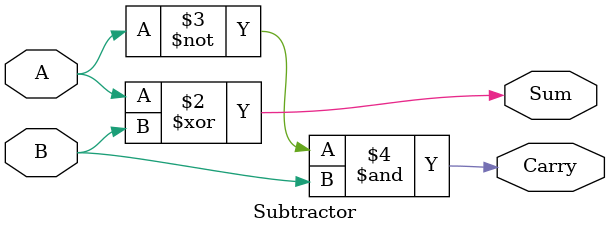
<source format=v>
module Subtractor(A,B,Sum,Carry);
//Port Declaration
input A,B;
output Sum,Carry;
//Behaviour Modeling 
always @(A,B)
begin
    Sum=A^B;
    Carry=(~A)&B;
end
endmodule

</source>
